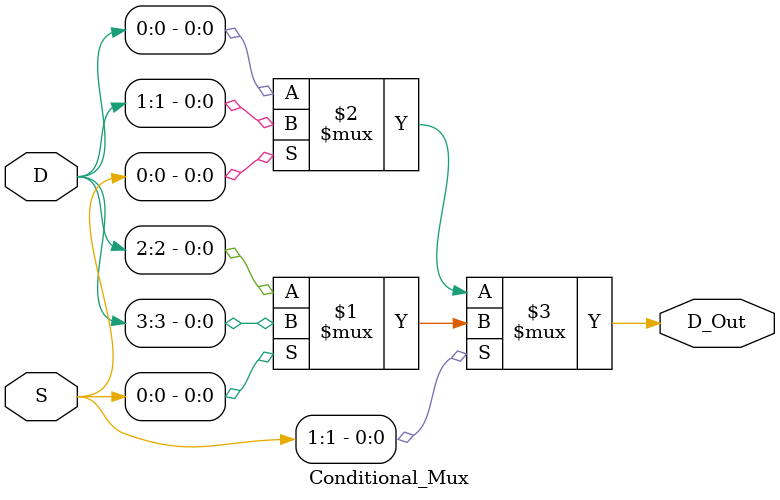
<source format=v>
`timescale 1ns / 1ps


module Conditional_Mux(D_Out, D, S);
// dimension and sizes
input [3:0] D;
input [1:0] S;
output D_Out;

//logic development
assign D_Out = S[1]?(S[0]?D[3]:D[2]):(S[0]?D[1]:D[0]);

endmodule

</source>
